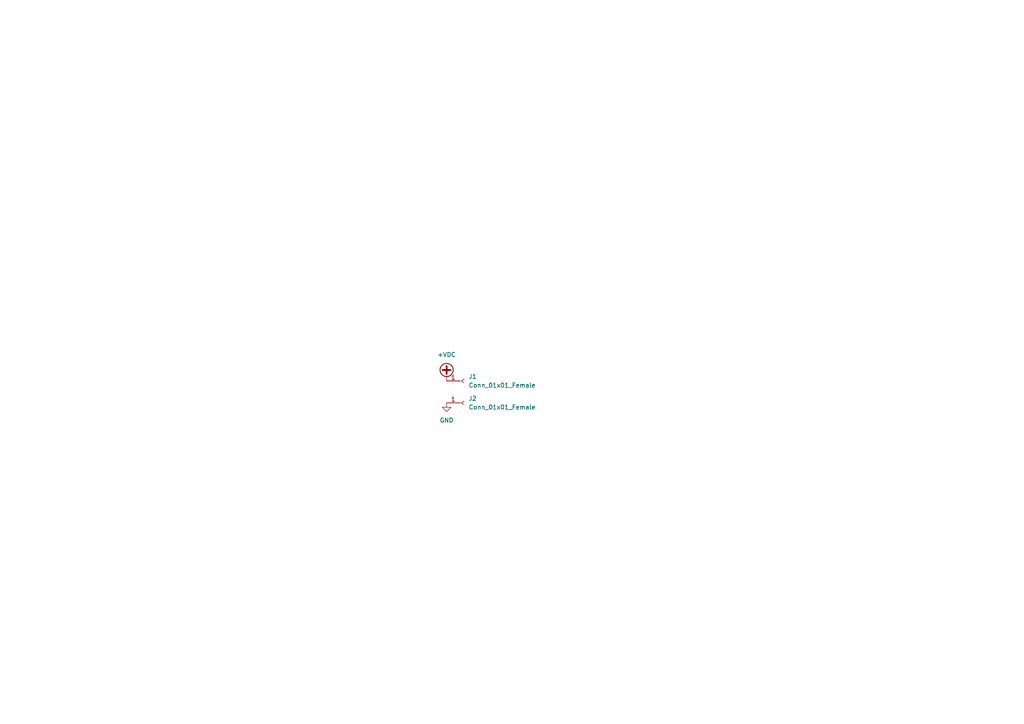
<source format=kicad_sch>
(kicad_sch (version 20211123) (generator eeschema)
  (paper "A4")
  (lib_symbols
    (symbol "Connector:Conn_01x01_Female" (pin_names (offset 1.016) hide)
      (property "Reference" "J" (at 0 2.54 0))
      (property "Value" "Conn_01x01_Female" (at 0 -2.54 0))
      (symbol "Conn_01x01_Female_1_1"
        (polyline (pts (xy -1.27 0) (xy -0.508 0)) (stroke (width 0.1524)))
        (arc (start 0 0.508) (mid -0.508 0) (end 0 -0.508) (stroke (width 0.1524)))
        (pin passive line (at -5.08 0 0) (length 3.81) (name "Pin_1") (number "1"))
      )
    )
    (symbol "power:+VDC" (power) (pin_names (offset 0))
      (property "Value" "+VDC" (at 0 6.35 0))
      (symbol "+VDC_0_1"
        (polyline (pts (xy -1.143 3.175) (xy 1.143 3.175)) (stroke (width 0.508)))
        (polyline (pts (xy 0 0) (xy 0 1.27)))
        (polyline (pts (xy 0 2.032) (xy 0 4.318)) (stroke (width 0.508)))
        (circle (center 0 3.175) (radius 1.905) (stroke (width 0.254)))
      )
      (symbol "+VDC_1_1"
        (pin power_in line (at 0 0 90) (length 0) hide (name "+VDC") (number "1"))
      )
    )
    (symbol "power:GND" (power) (pin_names (offset 0))
      (property "Value" "GND" (at 0 -3.81 0))
      (symbol "GND_0_1"
        (polyline (pts (xy 0 0) (xy 0 -1.27) (xy 1.27 -1.27) (xy 0 -2.54) (xy -1.27 -1.27) (xy 0 -1.27)))
      )
      (symbol "GND_1_1"
        (pin power_in line (at 0 0 270) (length 0) hide (name "GND") (number "1"))
      )
    )
  )
  (symbol (lib_id "power:+VDC") (at 129.54 110.49 0) (unit 1)
    (property "Reference" "#PWR0101" (effects hide))
    (property "Value" "+VDC" (at 129.54 102.87 0))
  )
  (symbol (lib_id "Connector:Conn_01x01_Female") (at 134.62 116.84 0) (unit 1)
    (property "Reference" "J2" (at 135.89 115.5699 0) (effects (justify left)))
    (property "Value" "Conn_01x01_Female" (at 135.89 118.1099 0) (effects (justify left)))
    (property "Footprint" "Connector_PinHeader_1.00mm:PinHeader_1x01_P1.00mm_Vertical" (effects hide))
  )
  (symbol (lib_id "power:GND") (at 129.54 116.84 0) (unit 1)
    (property "Reference" "#PWR0102" (effects hide))
    (property "Value" "GND" (at 129.54 121.92 0))
  )
  (symbol (lib_id "Connector:Conn_01x01_Female") (at 134.62 110.49 0) (unit 1)
    (property "Reference" "J1" (at 135.89 109.2199 0) (effects (justify left)))
    (property "Value" "Conn_01x01_Female" (at 135.89 111.7599 0) (effects (justify left)))
    (property "Footprint" "Connector_PinHeader_1.00mm:PinHeader_1x01_P1.00mm_Vertical" (effects hide))
  )
)
</source>
